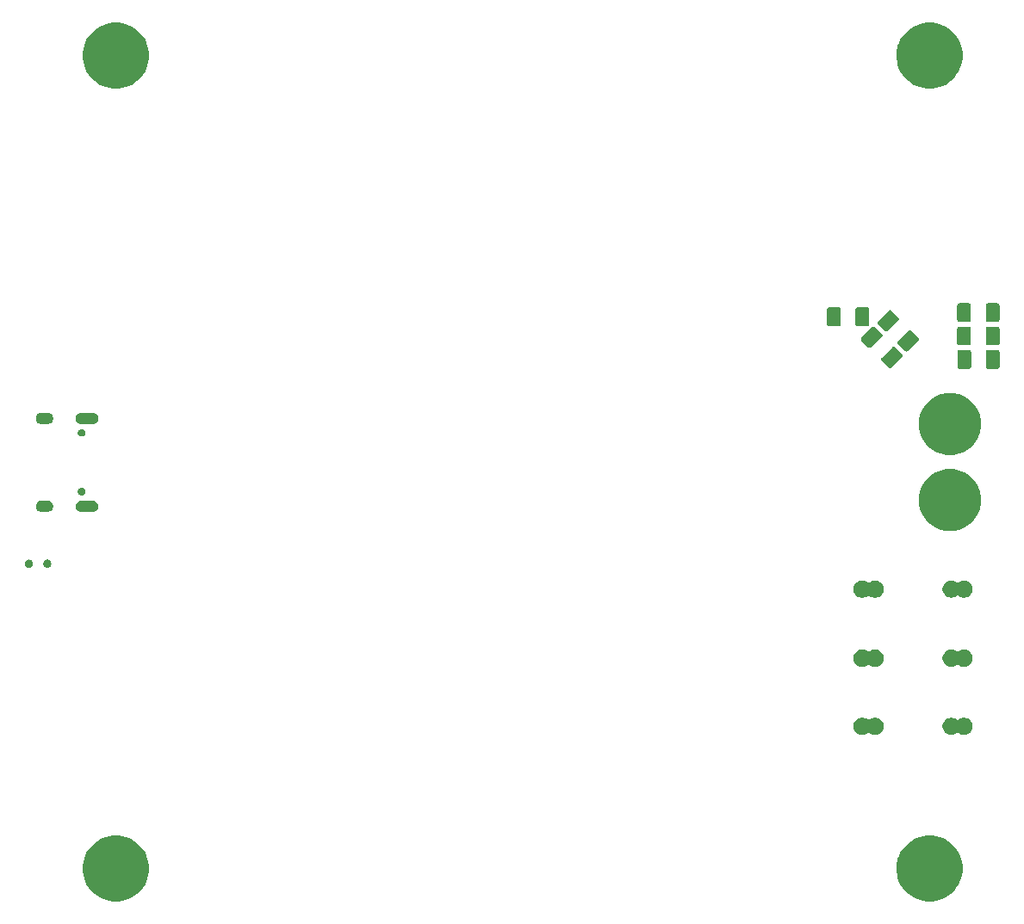
<source format=gbs>
G04 #@! TF.GenerationSoftware,KiCad,Pcbnew,5.0.2-bee76a0~70~ubuntu18.04.1*
G04 #@! TF.CreationDate,2019-04-27T16:39:52+02:00*
G04 #@! TF.ProjectId,pcbtc,70636274-632e-46b6-9963-61645f706362,rev?*
G04 #@! TF.SameCoordinates,Original*
G04 #@! TF.FileFunction,Soldermask,Bot*
G04 #@! TF.FilePolarity,Negative*
%FSLAX46Y46*%
G04 Gerber Fmt 4.6, Leading zero omitted, Abs format (unit mm)*
G04 Created by KiCad (PCBNEW 5.0.2-bee76a0~70~ubuntu18.04.1) date Sa 27 Apr 2019 16:39:52 CEST*
%MOMM*%
%LPD*%
G01*
G04 APERTURE LIST*
%ADD10C,0.100000*%
G04 APERTURE END LIST*
D10*
G36*
X190634239Y-116811467D02*
X190948282Y-116873934D01*
X191539926Y-117119001D01*
X191829523Y-117312504D01*
X192072395Y-117474786D01*
X192525214Y-117927605D01*
X192525216Y-117927608D01*
X192880999Y-118460074D01*
X193002724Y-118753944D01*
X193126066Y-119051719D01*
X193251000Y-119679803D01*
X193251000Y-120320197D01*
X193188533Y-120634239D01*
X193126066Y-120948282D01*
X192880999Y-121539926D01*
X192633265Y-121910685D01*
X192525214Y-122072395D01*
X192072395Y-122525214D01*
X192072392Y-122525216D01*
X191539926Y-122880999D01*
X190948282Y-123126066D01*
X190634239Y-123188533D01*
X190320197Y-123251000D01*
X189679803Y-123251000D01*
X189365761Y-123188533D01*
X189051718Y-123126066D01*
X188460074Y-122880999D01*
X187927608Y-122525216D01*
X187927605Y-122525214D01*
X187474786Y-122072395D01*
X187366735Y-121910685D01*
X187119001Y-121539926D01*
X186873934Y-120948282D01*
X186811467Y-120634239D01*
X186749000Y-120320197D01*
X186749000Y-119679803D01*
X186873934Y-119051719D01*
X186997276Y-118753944D01*
X187119001Y-118460074D01*
X187474784Y-117927608D01*
X187474786Y-117927605D01*
X187927605Y-117474786D01*
X188170477Y-117312504D01*
X188460074Y-117119001D01*
X189051718Y-116873934D01*
X189365761Y-116811467D01*
X189679803Y-116749000D01*
X190320197Y-116749000D01*
X190634239Y-116811467D01*
X190634239Y-116811467D01*
G37*
G36*
X110634239Y-116811467D02*
X110948282Y-116873934D01*
X111539926Y-117119001D01*
X111829523Y-117312504D01*
X112072395Y-117474786D01*
X112525214Y-117927605D01*
X112525216Y-117927608D01*
X112880999Y-118460074D01*
X113002724Y-118753944D01*
X113126066Y-119051719D01*
X113251000Y-119679803D01*
X113251000Y-120320197D01*
X113188533Y-120634239D01*
X113126066Y-120948282D01*
X112880999Y-121539926D01*
X112633265Y-121910685D01*
X112525214Y-122072395D01*
X112072395Y-122525214D01*
X112072392Y-122525216D01*
X111539926Y-122880999D01*
X110948282Y-123126066D01*
X110634239Y-123188533D01*
X110320197Y-123251000D01*
X109679803Y-123251000D01*
X109365761Y-123188533D01*
X109051718Y-123126066D01*
X108460074Y-122880999D01*
X107927608Y-122525216D01*
X107927605Y-122525214D01*
X107474786Y-122072395D01*
X107366735Y-121910685D01*
X107119001Y-121539926D01*
X106873934Y-120948282D01*
X106811467Y-120634239D01*
X106749000Y-120320197D01*
X106749000Y-119679803D01*
X106873934Y-119051719D01*
X106997276Y-118753944D01*
X107119001Y-118460074D01*
X107474784Y-117927608D01*
X107474786Y-117927605D01*
X107927605Y-117474786D01*
X108170477Y-117312504D01*
X108460074Y-117119001D01*
X109051718Y-116873934D01*
X109365761Y-116811467D01*
X109679803Y-116749000D01*
X110320197Y-116749000D01*
X110634239Y-116811467D01*
X110634239Y-116811467D01*
G37*
G36*
X183625029Y-105190503D02*
X183779901Y-105254653D01*
X183919282Y-105347785D01*
X183919286Y-105347789D01*
X183926181Y-105352396D01*
X183932355Y-105357463D01*
X183953966Y-105369014D01*
X183977415Y-105376127D01*
X184001801Y-105378529D01*
X184026187Y-105376127D01*
X184049636Y-105369014D01*
X184071247Y-105357463D01*
X184077421Y-105352396D01*
X184084316Y-105347789D01*
X184084320Y-105347785D01*
X184223701Y-105254653D01*
X184378573Y-105190503D01*
X184542985Y-105157800D01*
X184710617Y-105157800D01*
X184875029Y-105190503D01*
X185029901Y-105254653D01*
X185169282Y-105347785D01*
X185287816Y-105466319D01*
X185380948Y-105605700D01*
X185445098Y-105760572D01*
X185477801Y-105924984D01*
X185477801Y-106092616D01*
X185445098Y-106257028D01*
X185380948Y-106411900D01*
X185287816Y-106551281D01*
X185169282Y-106669815D01*
X185029901Y-106762947D01*
X184875029Y-106827097D01*
X184710617Y-106859800D01*
X184542985Y-106859800D01*
X184378573Y-106827097D01*
X184223701Y-106762947D01*
X184084320Y-106669815D01*
X184084316Y-106669811D01*
X184077421Y-106665204D01*
X184071247Y-106660137D01*
X184049636Y-106648586D01*
X184026187Y-106641473D01*
X184001801Y-106639071D01*
X183977415Y-106641473D01*
X183953966Y-106648586D01*
X183932355Y-106660137D01*
X183926181Y-106665204D01*
X183919286Y-106669811D01*
X183919282Y-106669815D01*
X183779901Y-106762947D01*
X183625029Y-106827097D01*
X183460617Y-106859800D01*
X183292985Y-106859800D01*
X183128573Y-106827097D01*
X182973701Y-106762947D01*
X182834320Y-106669815D01*
X182715786Y-106551281D01*
X182622654Y-106411900D01*
X182558504Y-106257028D01*
X182525801Y-106092616D01*
X182525801Y-105924984D01*
X182558504Y-105760572D01*
X182622654Y-105605700D01*
X182715786Y-105466319D01*
X182834320Y-105347785D01*
X182973701Y-105254653D01*
X183128573Y-105190503D01*
X183292985Y-105157800D01*
X183460617Y-105157800D01*
X183625029Y-105190503D01*
X183625029Y-105190503D01*
G37*
G36*
X192375029Y-105190503D02*
X192529901Y-105254653D01*
X192669282Y-105347785D01*
X192669286Y-105347789D01*
X192676181Y-105352396D01*
X192682355Y-105357463D01*
X192703966Y-105369014D01*
X192727415Y-105376127D01*
X192751801Y-105378529D01*
X192776187Y-105376127D01*
X192799636Y-105369014D01*
X192821247Y-105357463D01*
X192827421Y-105352396D01*
X192834316Y-105347789D01*
X192834320Y-105347785D01*
X192973701Y-105254653D01*
X193128573Y-105190503D01*
X193292985Y-105157800D01*
X193460617Y-105157800D01*
X193625029Y-105190503D01*
X193779901Y-105254653D01*
X193919282Y-105347785D01*
X194037816Y-105466319D01*
X194130948Y-105605700D01*
X194195098Y-105760572D01*
X194227801Y-105924984D01*
X194227801Y-106092616D01*
X194195098Y-106257028D01*
X194130948Y-106411900D01*
X194037816Y-106551281D01*
X193919282Y-106669815D01*
X193779901Y-106762947D01*
X193625029Y-106827097D01*
X193460617Y-106859800D01*
X193292985Y-106859800D01*
X193128573Y-106827097D01*
X192973701Y-106762947D01*
X192834320Y-106669815D01*
X192834316Y-106669811D01*
X192827421Y-106665204D01*
X192821247Y-106660137D01*
X192799636Y-106648586D01*
X192776187Y-106641473D01*
X192751801Y-106639071D01*
X192727415Y-106641473D01*
X192703966Y-106648586D01*
X192682355Y-106660137D01*
X192676181Y-106665204D01*
X192669286Y-106669811D01*
X192669282Y-106669815D01*
X192529901Y-106762947D01*
X192375029Y-106827097D01*
X192210617Y-106859800D01*
X192042985Y-106859800D01*
X191878573Y-106827097D01*
X191723701Y-106762947D01*
X191584320Y-106669815D01*
X191465786Y-106551281D01*
X191372654Y-106411900D01*
X191308504Y-106257028D01*
X191275801Y-106092616D01*
X191275801Y-105924984D01*
X191308504Y-105760572D01*
X191372654Y-105605700D01*
X191465786Y-105466319D01*
X191584320Y-105347785D01*
X191723701Y-105254653D01*
X191878573Y-105190503D01*
X192042985Y-105157800D01*
X192210617Y-105157800D01*
X192375029Y-105190503D01*
X192375029Y-105190503D01*
G37*
G36*
X183625028Y-98490503D02*
X183779900Y-98554653D01*
X183919281Y-98647785D01*
X183919285Y-98647789D01*
X183926180Y-98652396D01*
X183932354Y-98657463D01*
X183953965Y-98669014D01*
X183977414Y-98676127D01*
X184001800Y-98678529D01*
X184026186Y-98676127D01*
X184049635Y-98669014D01*
X184071246Y-98657463D01*
X184077420Y-98652396D01*
X184084315Y-98647789D01*
X184084319Y-98647785D01*
X184223700Y-98554653D01*
X184378572Y-98490503D01*
X184542984Y-98457800D01*
X184710616Y-98457800D01*
X184875028Y-98490503D01*
X185029900Y-98554653D01*
X185169281Y-98647785D01*
X185287815Y-98766319D01*
X185380947Y-98905700D01*
X185445097Y-99060572D01*
X185477800Y-99224984D01*
X185477800Y-99392616D01*
X185445097Y-99557028D01*
X185380947Y-99711900D01*
X185287815Y-99851281D01*
X185169281Y-99969815D01*
X185029900Y-100062947D01*
X184875028Y-100127097D01*
X184710616Y-100159800D01*
X184542984Y-100159800D01*
X184378572Y-100127097D01*
X184223700Y-100062947D01*
X184084319Y-99969815D01*
X184084315Y-99969811D01*
X184077420Y-99965204D01*
X184071246Y-99960137D01*
X184049635Y-99948586D01*
X184026186Y-99941473D01*
X184001800Y-99939071D01*
X183977414Y-99941473D01*
X183953965Y-99948586D01*
X183932354Y-99960137D01*
X183926180Y-99965204D01*
X183919285Y-99969811D01*
X183919281Y-99969815D01*
X183779900Y-100062947D01*
X183625028Y-100127097D01*
X183460616Y-100159800D01*
X183292984Y-100159800D01*
X183128572Y-100127097D01*
X182973700Y-100062947D01*
X182834319Y-99969815D01*
X182715785Y-99851281D01*
X182622653Y-99711900D01*
X182558503Y-99557028D01*
X182525800Y-99392616D01*
X182525800Y-99224984D01*
X182558503Y-99060572D01*
X182622653Y-98905700D01*
X182715785Y-98766319D01*
X182834319Y-98647785D01*
X182973700Y-98554653D01*
X183128572Y-98490503D01*
X183292984Y-98457800D01*
X183460616Y-98457800D01*
X183625028Y-98490503D01*
X183625028Y-98490503D01*
G37*
G36*
X192375028Y-98490503D02*
X192529900Y-98554653D01*
X192669281Y-98647785D01*
X192669285Y-98647789D01*
X192676180Y-98652396D01*
X192682354Y-98657463D01*
X192703965Y-98669014D01*
X192727414Y-98676127D01*
X192751800Y-98678529D01*
X192776186Y-98676127D01*
X192799635Y-98669014D01*
X192821246Y-98657463D01*
X192827420Y-98652396D01*
X192834315Y-98647789D01*
X192834319Y-98647785D01*
X192973700Y-98554653D01*
X193128572Y-98490503D01*
X193292984Y-98457800D01*
X193460616Y-98457800D01*
X193625028Y-98490503D01*
X193779900Y-98554653D01*
X193919281Y-98647785D01*
X194037815Y-98766319D01*
X194130947Y-98905700D01*
X194195097Y-99060572D01*
X194227800Y-99224984D01*
X194227800Y-99392616D01*
X194195097Y-99557028D01*
X194130947Y-99711900D01*
X194037815Y-99851281D01*
X193919281Y-99969815D01*
X193779900Y-100062947D01*
X193625028Y-100127097D01*
X193460616Y-100159800D01*
X193292984Y-100159800D01*
X193128572Y-100127097D01*
X192973700Y-100062947D01*
X192834319Y-99969815D01*
X192834315Y-99969811D01*
X192827420Y-99965204D01*
X192821246Y-99960137D01*
X192799635Y-99948586D01*
X192776186Y-99941473D01*
X192751800Y-99939071D01*
X192727414Y-99941473D01*
X192703965Y-99948586D01*
X192682354Y-99960137D01*
X192676180Y-99965204D01*
X192669285Y-99969811D01*
X192669281Y-99969815D01*
X192529900Y-100062947D01*
X192375028Y-100127097D01*
X192210616Y-100159800D01*
X192042984Y-100159800D01*
X191878572Y-100127097D01*
X191723700Y-100062947D01*
X191584319Y-99969815D01*
X191465785Y-99851281D01*
X191372653Y-99711900D01*
X191308503Y-99557028D01*
X191275800Y-99392616D01*
X191275800Y-99224984D01*
X191308503Y-99060572D01*
X191372653Y-98905700D01*
X191465785Y-98766319D01*
X191584319Y-98647785D01*
X191723700Y-98554653D01*
X191878572Y-98490503D01*
X192042984Y-98457800D01*
X192210616Y-98457800D01*
X192375028Y-98490503D01*
X192375028Y-98490503D01*
G37*
G36*
X192375028Y-91690503D02*
X192529900Y-91754653D01*
X192669281Y-91847785D01*
X192669285Y-91847789D01*
X192676180Y-91852396D01*
X192682354Y-91857463D01*
X192703965Y-91869014D01*
X192727414Y-91876127D01*
X192751800Y-91878529D01*
X192776186Y-91876127D01*
X192799635Y-91869014D01*
X192821246Y-91857463D01*
X192827420Y-91852396D01*
X192834315Y-91847789D01*
X192834319Y-91847785D01*
X192973700Y-91754653D01*
X193128572Y-91690503D01*
X193292984Y-91657800D01*
X193460616Y-91657800D01*
X193625028Y-91690503D01*
X193779900Y-91754653D01*
X193919281Y-91847785D01*
X194037815Y-91966319D01*
X194130947Y-92105700D01*
X194195097Y-92260572D01*
X194227800Y-92424984D01*
X194227800Y-92592616D01*
X194195097Y-92757028D01*
X194130947Y-92911900D01*
X194037815Y-93051281D01*
X193919281Y-93169815D01*
X193779900Y-93262947D01*
X193625028Y-93327097D01*
X193460616Y-93359800D01*
X193292984Y-93359800D01*
X193128572Y-93327097D01*
X192973700Y-93262947D01*
X192834319Y-93169815D01*
X192834315Y-93169811D01*
X192827420Y-93165204D01*
X192821246Y-93160137D01*
X192799635Y-93148586D01*
X192776186Y-93141473D01*
X192751800Y-93139071D01*
X192727414Y-93141473D01*
X192703965Y-93148586D01*
X192682354Y-93160137D01*
X192676180Y-93165204D01*
X192669285Y-93169811D01*
X192669281Y-93169815D01*
X192529900Y-93262947D01*
X192375028Y-93327097D01*
X192210616Y-93359800D01*
X192042984Y-93359800D01*
X191878572Y-93327097D01*
X191723700Y-93262947D01*
X191584319Y-93169815D01*
X191465785Y-93051281D01*
X191372653Y-92911900D01*
X191308503Y-92757028D01*
X191275800Y-92592616D01*
X191275800Y-92424984D01*
X191308503Y-92260572D01*
X191372653Y-92105700D01*
X191465785Y-91966319D01*
X191584319Y-91847785D01*
X191723700Y-91754653D01*
X191878572Y-91690503D01*
X192042984Y-91657800D01*
X192210616Y-91657800D01*
X192375028Y-91690503D01*
X192375028Y-91690503D01*
G37*
G36*
X183625028Y-91690503D02*
X183779900Y-91754653D01*
X183919281Y-91847785D01*
X183919285Y-91847789D01*
X183926180Y-91852396D01*
X183932354Y-91857463D01*
X183953965Y-91869014D01*
X183977414Y-91876127D01*
X184001800Y-91878529D01*
X184026186Y-91876127D01*
X184049635Y-91869014D01*
X184071246Y-91857463D01*
X184077420Y-91852396D01*
X184084315Y-91847789D01*
X184084319Y-91847785D01*
X184223700Y-91754653D01*
X184378572Y-91690503D01*
X184542984Y-91657800D01*
X184710616Y-91657800D01*
X184875028Y-91690503D01*
X185029900Y-91754653D01*
X185169281Y-91847785D01*
X185287815Y-91966319D01*
X185380947Y-92105700D01*
X185445097Y-92260572D01*
X185477800Y-92424984D01*
X185477800Y-92592616D01*
X185445097Y-92757028D01*
X185380947Y-92911900D01*
X185287815Y-93051281D01*
X185169281Y-93169815D01*
X185029900Y-93262947D01*
X184875028Y-93327097D01*
X184710616Y-93359800D01*
X184542984Y-93359800D01*
X184378572Y-93327097D01*
X184223700Y-93262947D01*
X184084319Y-93169815D01*
X184084315Y-93169811D01*
X184077420Y-93165204D01*
X184071246Y-93160137D01*
X184049635Y-93148586D01*
X184026186Y-93141473D01*
X184001800Y-93139071D01*
X183977414Y-93141473D01*
X183953965Y-93148586D01*
X183932354Y-93160137D01*
X183926180Y-93165204D01*
X183919285Y-93169811D01*
X183919281Y-93169815D01*
X183779900Y-93262947D01*
X183625028Y-93327097D01*
X183460616Y-93359800D01*
X183292984Y-93359800D01*
X183128572Y-93327097D01*
X182973700Y-93262947D01*
X182834319Y-93169815D01*
X182715785Y-93051281D01*
X182622653Y-92911900D01*
X182558503Y-92757028D01*
X182525800Y-92592616D01*
X182525800Y-92424984D01*
X182558503Y-92260572D01*
X182622653Y-92105700D01*
X182715785Y-91966319D01*
X182834319Y-91847785D01*
X182973700Y-91754653D01*
X183128572Y-91690503D01*
X183292984Y-91657800D01*
X183460616Y-91657800D01*
X183625028Y-91690503D01*
X183625028Y-91690503D01*
G37*
G36*
X103327319Y-89604137D02*
X103378967Y-89614410D01*
X103451945Y-89644639D01*
X103517625Y-89688525D01*
X103573475Y-89744375D01*
X103573477Y-89744378D01*
X103617361Y-89810055D01*
X103647590Y-89883033D01*
X103663000Y-89960505D01*
X103663000Y-90039495D01*
X103647590Y-90116967D01*
X103617361Y-90189945D01*
X103573475Y-90255625D01*
X103517625Y-90311475D01*
X103517622Y-90311477D01*
X103451945Y-90355361D01*
X103378967Y-90385590D01*
X103327319Y-90395863D01*
X103301496Y-90401000D01*
X103222504Y-90401000D01*
X103196681Y-90395863D01*
X103145033Y-90385590D01*
X103072055Y-90355361D01*
X103006378Y-90311477D01*
X103006375Y-90311475D01*
X102950525Y-90255625D01*
X102906639Y-90189945D01*
X102876410Y-90116967D01*
X102861000Y-90039495D01*
X102861000Y-89960505D01*
X102876410Y-89883033D01*
X102906639Y-89810055D01*
X102950523Y-89744378D01*
X102950525Y-89744375D01*
X103006375Y-89688525D01*
X103072055Y-89644639D01*
X103145033Y-89614410D01*
X103196681Y-89604137D01*
X103222504Y-89599000D01*
X103301496Y-89599000D01*
X103327319Y-89604137D01*
X103327319Y-89604137D01*
G37*
G36*
X101527319Y-89604137D02*
X101578967Y-89614410D01*
X101651945Y-89644639D01*
X101717625Y-89688525D01*
X101773475Y-89744375D01*
X101773477Y-89744378D01*
X101817361Y-89810055D01*
X101847590Y-89883033D01*
X101863000Y-89960505D01*
X101863000Y-90039495D01*
X101847590Y-90116967D01*
X101817361Y-90189945D01*
X101773475Y-90255625D01*
X101717625Y-90311475D01*
X101717622Y-90311477D01*
X101651945Y-90355361D01*
X101578967Y-90385590D01*
X101527319Y-90395863D01*
X101501496Y-90401000D01*
X101422504Y-90401000D01*
X101396681Y-90395863D01*
X101345033Y-90385590D01*
X101272055Y-90355361D01*
X101206378Y-90311477D01*
X101206375Y-90311475D01*
X101150525Y-90255625D01*
X101106639Y-90189945D01*
X101076410Y-90116967D01*
X101061000Y-90039495D01*
X101061000Y-89960505D01*
X101076410Y-89883033D01*
X101106639Y-89810055D01*
X101150523Y-89744378D01*
X101150525Y-89744375D01*
X101206375Y-89688525D01*
X101272055Y-89644639D01*
X101345033Y-89614410D01*
X101396681Y-89604137D01*
X101422504Y-89599000D01*
X101501496Y-89599000D01*
X101527319Y-89604137D01*
X101527319Y-89604137D01*
G37*
G36*
X192889941Y-80816248D02*
X192889943Y-80816249D01*
X192889944Y-80816249D01*
X193445190Y-81046239D01*
X193445191Y-81046240D01*
X193944902Y-81380136D01*
X194369864Y-81805098D01*
X194369866Y-81805101D01*
X194703761Y-82304810D01*
X194933751Y-82860056D01*
X194933752Y-82860059D01*
X195051000Y-83449501D01*
X195051000Y-84050499D01*
X194934218Y-84637600D01*
X194933751Y-84639944D01*
X194703761Y-85195190D01*
X194703760Y-85195191D01*
X194369864Y-85694902D01*
X193944902Y-86119864D01*
X193944899Y-86119866D01*
X193445190Y-86453761D01*
X192889944Y-86683751D01*
X192889943Y-86683751D01*
X192889941Y-86683752D01*
X192300499Y-86801000D01*
X191699501Y-86801000D01*
X191110059Y-86683752D01*
X191110057Y-86683751D01*
X191110056Y-86683751D01*
X190554810Y-86453761D01*
X190055101Y-86119866D01*
X190055098Y-86119864D01*
X189630136Y-85694902D01*
X189296240Y-85195191D01*
X189296239Y-85195190D01*
X189066249Y-84639944D01*
X189065783Y-84637600D01*
X188949000Y-84050499D01*
X188949000Y-83449501D01*
X189066248Y-82860059D01*
X189066249Y-82860056D01*
X189296239Y-82304810D01*
X189630134Y-81805101D01*
X189630136Y-81805098D01*
X190055098Y-81380136D01*
X190554809Y-81046240D01*
X190554810Y-81046239D01*
X191110056Y-80816249D01*
X191110057Y-80816249D01*
X191110059Y-80816248D01*
X191699501Y-80699000D01*
X192300499Y-80699000D01*
X192889941Y-80816248D01*
X192889941Y-80816248D01*
G37*
G36*
X107820015Y-83786973D02*
X107923879Y-83818479D01*
X108019600Y-83869644D01*
X108103501Y-83938499D01*
X108172356Y-84022400D01*
X108223521Y-84118121D01*
X108255027Y-84221985D01*
X108265666Y-84330000D01*
X108255027Y-84438015D01*
X108223521Y-84541879D01*
X108172356Y-84637600D01*
X108103501Y-84721501D01*
X108019600Y-84790356D01*
X107923879Y-84841521D01*
X107820015Y-84873027D01*
X107739067Y-84881000D01*
X106584933Y-84881000D01*
X106503985Y-84873027D01*
X106400121Y-84841521D01*
X106304400Y-84790356D01*
X106220499Y-84721501D01*
X106151644Y-84637600D01*
X106100479Y-84541879D01*
X106068973Y-84438015D01*
X106058334Y-84330000D01*
X106068973Y-84221985D01*
X106100479Y-84118121D01*
X106151644Y-84022400D01*
X106220499Y-83938499D01*
X106304400Y-83869644D01*
X106400121Y-83818479D01*
X106503985Y-83786973D01*
X106584933Y-83779000D01*
X107739067Y-83779000D01*
X107820015Y-83786973D01*
X107820015Y-83786973D01*
G37*
G36*
X103390015Y-83786973D02*
X103493879Y-83818479D01*
X103589600Y-83869644D01*
X103673501Y-83938499D01*
X103742356Y-84022400D01*
X103793521Y-84118121D01*
X103825027Y-84221985D01*
X103835666Y-84330000D01*
X103825027Y-84438015D01*
X103793521Y-84541879D01*
X103742356Y-84637600D01*
X103673501Y-84721501D01*
X103589600Y-84790356D01*
X103493879Y-84841521D01*
X103390015Y-84873027D01*
X103309067Y-84881000D01*
X102654933Y-84881000D01*
X102573985Y-84873027D01*
X102470121Y-84841521D01*
X102374400Y-84790356D01*
X102290499Y-84721501D01*
X102221644Y-84637600D01*
X102170479Y-84541879D01*
X102138973Y-84438015D01*
X102128334Y-84330000D01*
X102138973Y-84221985D01*
X102170479Y-84118121D01*
X102221644Y-84022400D01*
X102290499Y-83938499D01*
X102374400Y-83869644D01*
X102470121Y-83818479D01*
X102573985Y-83786973D01*
X102654933Y-83779000D01*
X103309067Y-83779000D01*
X103390015Y-83786973D01*
X103390015Y-83786973D01*
G37*
G36*
X106741672Y-82538449D02*
X106741674Y-82538450D01*
X106741675Y-82538450D01*
X106810103Y-82566793D01*
X106871409Y-82607757D01*
X106871689Y-82607944D01*
X106924056Y-82660311D01*
X106924058Y-82660314D01*
X106965207Y-82721897D01*
X106993550Y-82790325D01*
X107008000Y-82862967D01*
X107008000Y-82937033D01*
X106993550Y-83009675D01*
X106965207Y-83078103D01*
X106924243Y-83139409D01*
X106924056Y-83139689D01*
X106871689Y-83192056D01*
X106871686Y-83192058D01*
X106810103Y-83233207D01*
X106741675Y-83261550D01*
X106741674Y-83261550D01*
X106741672Y-83261551D01*
X106669034Y-83276000D01*
X106594966Y-83276000D01*
X106522328Y-83261551D01*
X106522326Y-83261550D01*
X106522325Y-83261550D01*
X106453897Y-83233207D01*
X106392314Y-83192058D01*
X106392311Y-83192056D01*
X106339944Y-83139689D01*
X106339757Y-83139409D01*
X106298793Y-83078103D01*
X106270450Y-83009675D01*
X106256000Y-82937033D01*
X106256000Y-82862967D01*
X106270450Y-82790325D01*
X106298793Y-82721897D01*
X106339942Y-82660314D01*
X106339944Y-82660311D01*
X106392311Y-82607944D01*
X106392591Y-82607757D01*
X106453897Y-82566793D01*
X106522325Y-82538450D01*
X106522326Y-82538450D01*
X106522328Y-82538449D01*
X106594966Y-82524000D01*
X106669034Y-82524000D01*
X106741672Y-82538449D01*
X106741672Y-82538449D01*
G37*
G36*
X192889941Y-73316248D02*
X192889943Y-73316249D01*
X192889944Y-73316249D01*
X193445190Y-73546239D01*
X193445191Y-73546240D01*
X193944902Y-73880136D01*
X194369864Y-74305098D01*
X194369866Y-74305101D01*
X194703761Y-74804810D01*
X194933751Y-75360056D01*
X194933752Y-75360059D01*
X195051000Y-75949501D01*
X195051000Y-76550499D01*
X194945085Y-77082967D01*
X194933751Y-77139944D01*
X194703761Y-77695190D01*
X194703760Y-77695191D01*
X194369864Y-78194902D01*
X193944902Y-78619864D01*
X193944899Y-78619866D01*
X193445190Y-78953761D01*
X192889944Y-79183751D01*
X192889943Y-79183751D01*
X192889941Y-79183752D01*
X192300499Y-79301000D01*
X191699501Y-79301000D01*
X191110059Y-79183752D01*
X191110057Y-79183751D01*
X191110056Y-79183751D01*
X190554810Y-78953761D01*
X190055101Y-78619866D01*
X190055098Y-78619864D01*
X189630136Y-78194902D01*
X189296240Y-77695191D01*
X189296239Y-77695190D01*
X189066249Y-77139944D01*
X189054916Y-77082967D01*
X188949000Y-76550499D01*
X188949000Y-75949501D01*
X189066248Y-75360059D01*
X189066249Y-75360056D01*
X189296239Y-74804810D01*
X189630134Y-74305101D01*
X189630136Y-74305098D01*
X190055098Y-73880136D01*
X190554809Y-73546240D01*
X190554810Y-73546239D01*
X191110056Y-73316249D01*
X191110057Y-73316249D01*
X191110059Y-73316248D01*
X191699501Y-73199000D01*
X192300499Y-73199000D01*
X192889941Y-73316248D01*
X192889941Y-73316248D01*
G37*
G36*
X106741672Y-76758449D02*
X106741674Y-76758450D01*
X106741675Y-76758450D01*
X106810103Y-76786793D01*
X106871409Y-76827757D01*
X106871689Y-76827944D01*
X106924056Y-76880311D01*
X106924058Y-76880314D01*
X106965207Y-76941897D01*
X106993550Y-77010325D01*
X107008000Y-77082967D01*
X107008000Y-77157033D01*
X106993550Y-77229675D01*
X106965207Y-77298103D01*
X106924243Y-77359409D01*
X106924056Y-77359689D01*
X106871689Y-77412056D01*
X106871686Y-77412058D01*
X106810103Y-77453207D01*
X106741675Y-77481550D01*
X106741674Y-77481550D01*
X106741672Y-77481551D01*
X106669034Y-77496000D01*
X106594966Y-77496000D01*
X106522328Y-77481551D01*
X106522326Y-77481550D01*
X106522325Y-77481550D01*
X106453897Y-77453207D01*
X106392314Y-77412058D01*
X106392311Y-77412056D01*
X106339944Y-77359689D01*
X106339757Y-77359409D01*
X106298793Y-77298103D01*
X106270450Y-77229675D01*
X106256000Y-77157033D01*
X106256000Y-77082967D01*
X106270450Y-77010325D01*
X106298793Y-76941897D01*
X106339942Y-76880314D01*
X106339944Y-76880311D01*
X106392311Y-76827944D01*
X106392591Y-76827757D01*
X106453897Y-76786793D01*
X106522325Y-76758450D01*
X106522326Y-76758450D01*
X106522328Y-76758449D01*
X106594966Y-76744000D01*
X106669034Y-76744000D01*
X106741672Y-76758449D01*
X106741672Y-76758449D01*
G37*
G36*
X107820015Y-75146973D02*
X107923879Y-75178479D01*
X108019600Y-75229644D01*
X108103501Y-75298499D01*
X108172356Y-75382400D01*
X108223521Y-75478121D01*
X108255027Y-75581985D01*
X108265666Y-75690000D01*
X108255027Y-75798015D01*
X108223521Y-75901879D01*
X108172356Y-75997600D01*
X108103501Y-76081501D01*
X108019600Y-76150356D01*
X107923879Y-76201521D01*
X107820015Y-76233027D01*
X107739067Y-76241000D01*
X106584933Y-76241000D01*
X106503985Y-76233027D01*
X106400121Y-76201521D01*
X106304400Y-76150356D01*
X106220499Y-76081501D01*
X106151644Y-75997600D01*
X106100479Y-75901879D01*
X106068973Y-75798015D01*
X106058334Y-75690000D01*
X106068973Y-75581985D01*
X106100479Y-75478121D01*
X106151644Y-75382400D01*
X106220499Y-75298499D01*
X106304400Y-75229644D01*
X106400121Y-75178479D01*
X106503985Y-75146973D01*
X106584933Y-75139000D01*
X107739067Y-75139000D01*
X107820015Y-75146973D01*
X107820015Y-75146973D01*
G37*
G36*
X103390015Y-75146973D02*
X103493879Y-75178479D01*
X103589600Y-75229644D01*
X103673501Y-75298499D01*
X103742356Y-75382400D01*
X103793521Y-75478121D01*
X103825027Y-75581985D01*
X103835666Y-75690000D01*
X103825027Y-75798015D01*
X103793521Y-75901879D01*
X103742356Y-75997600D01*
X103673501Y-76081501D01*
X103589600Y-76150356D01*
X103493879Y-76201521D01*
X103390015Y-76233027D01*
X103309067Y-76241000D01*
X102654933Y-76241000D01*
X102573985Y-76233027D01*
X102470121Y-76201521D01*
X102374400Y-76150356D01*
X102290499Y-76081501D01*
X102221644Y-75997600D01*
X102170479Y-75901879D01*
X102138973Y-75798015D01*
X102128334Y-75690000D01*
X102138973Y-75581985D01*
X102170479Y-75478121D01*
X102221644Y-75382400D01*
X102290499Y-75298499D01*
X102374400Y-75229644D01*
X102470121Y-75178479D01*
X102573985Y-75146973D01*
X102654933Y-75139000D01*
X103309067Y-75139000D01*
X103390015Y-75146973D01*
X103390015Y-75146973D01*
G37*
G36*
X193918604Y-68978347D02*
X193955145Y-68989432D01*
X193988820Y-69007431D01*
X194018341Y-69031659D01*
X194042569Y-69061180D01*
X194060568Y-69094855D01*
X194071653Y-69131396D01*
X194076000Y-69175538D01*
X194076000Y-70624462D01*
X194071653Y-70668604D01*
X194060568Y-70705145D01*
X194042569Y-70738820D01*
X194018341Y-70768341D01*
X193988820Y-70792569D01*
X193955145Y-70810568D01*
X193918604Y-70821653D01*
X193874462Y-70826000D01*
X192925538Y-70826000D01*
X192881396Y-70821653D01*
X192844855Y-70810568D01*
X192811180Y-70792569D01*
X192781659Y-70768341D01*
X192757431Y-70738820D01*
X192739432Y-70705145D01*
X192728347Y-70668604D01*
X192724000Y-70624462D01*
X192724000Y-69175538D01*
X192728347Y-69131396D01*
X192739432Y-69094855D01*
X192757431Y-69061180D01*
X192781659Y-69031659D01*
X192811180Y-69007431D01*
X192844855Y-68989432D01*
X192881396Y-68978347D01*
X192925538Y-68974000D01*
X193874462Y-68974000D01*
X193918604Y-68978347D01*
X193918604Y-68978347D01*
G37*
G36*
X196718604Y-68978347D02*
X196755145Y-68989432D01*
X196788820Y-69007431D01*
X196818341Y-69031659D01*
X196842569Y-69061180D01*
X196860568Y-69094855D01*
X196871653Y-69131396D01*
X196876000Y-69175538D01*
X196876000Y-70624462D01*
X196871653Y-70668604D01*
X196860568Y-70705145D01*
X196842569Y-70738820D01*
X196818341Y-70768341D01*
X196788820Y-70792569D01*
X196755145Y-70810568D01*
X196718604Y-70821653D01*
X196674462Y-70826000D01*
X195725538Y-70826000D01*
X195681396Y-70821653D01*
X195644855Y-70810568D01*
X195611180Y-70792569D01*
X195581659Y-70768341D01*
X195557431Y-70738820D01*
X195539432Y-70705145D01*
X195528347Y-70668604D01*
X195524000Y-70624462D01*
X195524000Y-69175538D01*
X195528347Y-69131396D01*
X195539432Y-69094855D01*
X195557431Y-69061180D01*
X195581659Y-69031659D01*
X195611180Y-69007431D01*
X195644855Y-68989432D01*
X195681396Y-68978347D01*
X195725538Y-68974000D01*
X196674462Y-68974000D01*
X196718604Y-68978347D01*
X196718604Y-68978347D01*
G37*
G36*
X186500781Y-68646776D02*
X186537322Y-68657861D01*
X186570997Y-68675860D01*
X186605294Y-68704008D01*
X187276269Y-69374983D01*
X187304417Y-69409280D01*
X187322416Y-69442955D01*
X187333501Y-69479496D01*
X187337243Y-69517500D01*
X187333501Y-69555504D01*
X187322416Y-69592045D01*
X187304417Y-69625720D01*
X187276269Y-69660017D01*
X186251740Y-70684546D01*
X186217443Y-70712694D01*
X186183768Y-70730693D01*
X186147227Y-70741778D01*
X186109223Y-70745520D01*
X186071219Y-70741778D01*
X186034678Y-70730693D01*
X186001003Y-70712694D01*
X185966706Y-70684546D01*
X185295731Y-70013571D01*
X185267583Y-69979274D01*
X185249584Y-69945599D01*
X185238499Y-69909058D01*
X185234757Y-69871054D01*
X185238499Y-69833050D01*
X185249584Y-69796509D01*
X185267583Y-69762834D01*
X185295731Y-69728537D01*
X186320260Y-68704008D01*
X186354557Y-68675860D01*
X186388232Y-68657861D01*
X186424773Y-68646776D01*
X186462777Y-68643034D01*
X186500781Y-68646776D01*
X186500781Y-68646776D01*
G37*
G36*
X188120056Y-67027502D02*
X188156597Y-67038587D01*
X188190272Y-67056586D01*
X188224569Y-67084734D01*
X188895544Y-67755709D01*
X188923692Y-67790006D01*
X188941691Y-67823681D01*
X188952776Y-67860222D01*
X188956518Y-67898226D01*
X188952776Y-67936230D01*
X188941691Y-67972771D01*
X188923692Y-68006446D01*
X188895544Y-68040743D01*
X187871015Y-69065272D01*
X187836718Y-69093420D01*
X187803043Y-69111419D01*
X187766502Y-69122504D01*
X187728498Y-69126246D01*
X187690494Y-69122504D01*
X187653953Y-69111419D01*
X187620278Y-69093420D01*
X187585981Y-69065272D01*
X186915006Y-68394297D01*
X186886858Y-68360000D01*
X186868859Y-68326325D01*
X186857774Y-68289784D01*
X186854032Y-68251780D01*
X186857774Y-68213776D01*
X186868859Y-68177235D01*
X186886858Y-68143560D01*
X186915006Y-68109263D01*
X187939535Y-67084734D01*
X187973832Y-67056586D01*
X188007507Y-67038587D01*
X188044048Y-67027502D01*
X188082052Y-67023760D01*
X188120056Y-67027502D01*
X188120056Y-67027502D01*
G37*
G36*
X184520883Y-66666878D02*
X184557424Y-66677963D01*
X184591099Y-66695962D01*
X184625396Y-66724110D01*
X185296371Y-67395085D01*
X185324519Y-67429382D01*
X185342518Y-67463057D01*
X185353603Y-67499598D01*
X185357345Y-67537602D01*
X185353603Y-67575606D01*
X185342518Y-67612147D01*
X185324519Y-67645822D01*
X185296371Y-67680119D01*
X184271842Y-68704648D01*
X184237545Y-68732796D01*
X184203870Y-68750795D01*
X184167329Y-68761880D01*
X184129325Y-68765622D01*
X184091321Y-68761880D01*
X184054780Y-68750795D01*
X184021105Y-68732796D01*
X183986808Y-68704648D01*
X183315833Y-68033673D01*
X183287685Y-67999376D01*
X183269686Y-67965701D01*
X183258601Y-67929160D01*
X183254859Y-67891156D01*
X183258601Y-67853152D01*
X183269686Y-67816611D01*
X183287685Y-67782936D01*
X183315833Y-67748639D01*
X184340362Y-66724110D01*
X184374659Y-66695962D01*
X184408334Y-66677963D01*
X184444875Y-66666878D01*
X184482879Y-66663136D01*
X184520883Y-66666878D01*
X184520883Y-66666878D01*
G37*
G36*
X196713603Y-66672485D02*
X196750144Y-66683570D01*
X196783819Y-66701569D01*
X196813340Y-66725797D01*
X196837568Y-66755318D01*
X196855567Y-66788993D01*
X196866652Y-66825534D01*
X196870999Y-66869676D01*
X196870999Y-68318600D01*
X196866652Y-68362742D01*
X196855567Y-68399283D01*
X196837568Y-68432958D01*
X196813340Y-68462479D01*
X196783819Y-68486707D01*
X196750144Y-68504706D01*
X196713603Y-68515791D01*
X196669461Y-68520138D01*
X195720537Y-68520138D01*
X195676395Y-68515791D01*
X195639854Y-68504706D01*
X195606179Y-68486707D01*
X195576658Y-68462479D01*
X195552430Y-68432958D01*
X195534431Y-68399283D01*
X195523346Y-68362742D01*
X195518999Y-68318600D01*
X195518999Y-66869676D01*
X195523346Y-66825534D01*
X195534431Y-66788993D01*
X195552430Y-66755318D01*
X195576658Y-66725797D01*
X195606179Y-66701569D01*
X195639854Y-66683570D01*
X195676395Y-66672485D01*
X195720537Y-66668138D01*
X196669461Y-66668138D01*
X196713603Y-66672485D01*
X196713603Y-66672485D01*
G37*
G36*
X193913603Y-66672485D02*
X193950144Y-66683570D01*
X193983819Y-66701569D01*
X194013340Y-66725797D01*
X194037568Y-66755318D01*
X194055567Y-66788993D01*
X194066652Y-66825534D01*
X194070999Y-66869676D01*
X194070999Y-68318600D01*
X194066652Y-68362742D01*
X194055567Y-68399283D01*
X194037568Y-68432958D01*
X194013340Y-68462479D01*
X193983819Y-68486707D01*
X193950144Y-68504706D01*
X193913603Y-68515791D01*
X193869461Y-68520138D01*
X192920537Y-68520138D01*
X192876395Y-68515791D01*
X192839854Y-68504706D01*
X192806179Y-68486707D01*
X192776658Y-68462479D01*
X192752430Y-68432958D01*
X192734431Y-68399283D01*
X192723346Y-68362742D01*
X192718999Y-68318600D01*
X192718999Y-66869676D01*
X192723346Y-66825534D01*
X192734431Y-66788993D01*
X192752430Y-66755318D01*
X192776658Y-66725797D01*
X192806179Y-66701569D01*
X192839854Y-66683570D01*
X192876395Y-66672485D01*
X192920537Y-66668138D01*
X193869461Y-66668138D01*
X193913603Y-66672485D01*
X193913603Y-66672485D01*
G37*
G36*
X186140158Y-65047604D02*
X186176699Y-65058689D01*
X186210374Y-65076688D01*
X186244671Y-65104836D01*
X186915646Y-65775811D01*
X186943794Y-65810108D01*
X186961793Y-65843783D01*
X186972878Y-65880324D01*
X186976620Y-65918328D01*
X186972878Y-65956332D01*
X186961793Y-65992873D01*
X186943794Y-66026548D01*
X186915646Y-66060845D01*
X185891117Y-67085374D01*
X185856820Y-67113522D01*
X185823145Y-67131521D01*
X185786604Y-67142606D01*
X185748600Y-67146348D01*
X185710596Y-67142606D01*
X185674055Y-67131521D01*
X185640380Y-67113522D01*
X185606083Y-67085374D01*
X184935108Y-66414399D01*
X184906960Y-66380102D01*
X184888961Y-66346427D01*
X184877876Y-66309886D01*
X184874134Y-66271882D01*
X184877876Y-66233878D01*
X184888961Y-66197337D01*
X184906960Y-66163662D01*
X184935108Y-66129365D01*
X185959637Y-65104836D01*
X185993934Y-65076688D01*
X186027609Y-65058689D01*
X186064150Y-65047604D01*
X186102154Y-65043862D01*
X186140158Y-65047604D01*
X186140158Y-65047604D01*
G37*
G36*
X181118604Y-64778347D02*
X181155145Y-64789432D01*
X181188820Y-64807431D01*
X181218341Y-64831659D01*
X181242569Y-64861180D01*
X181260568Y-64894855D01*
X181271653Y-64931396D01*
X181276000Y-64975538D01*
X181276000Y-66424462D01*
X181271653Y-66468604D01*
X181260568Y-66505145D01*
X181242569Y-66538820D01*
X181218341Y-66568341D01*
X181188820Y-66592569D01*
X181155145Y-66610568D01*
X181118604Y-66621653D01*
X181074462Y-66626000D01*
X180125538Y-66626000D01*
X180081396Y-66621653D01*
X180044855Y-66610568D01*
X180011180Y-66592569D01*
X179981659Y-66568341D01*
X179957431Y-66538820D01*
X179939432Y-66505145D01*
X179928347Y-66468604D01*
X179924000Y-66424462D01*
X179924000Y-64975538D01*
X179928347Y-64931396D01*
X179939432Y-64894855D01*
X179957431Y-64861180D01*
X179981659Y-64831659D01*
X180011180Y-64807431D01*
X180044855Y-64789432D01*
X180081396Y-64778347D01*
X180125538Y-64774000D01*
X181074462Y-64774000D01*
X181118604Y-64778347D01*
X181118604Y-64778347D01*
G37*
G36*
X183918604Y-64778347D02*
X183955145Y-64789432D01*
X183988820Y-64807431D01*
X184018341Y-64831659D01*
X184042569Y-64861180D01*
X184060568Y-64894855D01*
X184071653Y-64931396D01*
X184076000Y-64975538D01*
X184076000Y-66424462D01*
X184071653Y-66468604D01*
X184060568Y-66505145D01*
X184042569Y-66538820D01*
X184018341Y-66568341D01*
X183988820Y-66592569D01*
X183955145Y-66610568D01*
X183918604Y-66621653D01*
X183874462Y-66626000D01*
X182925538Y-66626000D01*
X182881396Y-66621653D01*
X182844855Y-66610568D01*
X182811180Y-66592569D01*
X182781659Y-66568341D01*
X182757431Y-66538820D01*
X182739432Y-66505145D01*
X182728347Y-66468604D01*
X182724000Y-66424462D01*
X182724000Y-64975538D01*
X182728347Y-64931396D01*
X182739432Y-64894855D01*
X182757431Y-64861180D01*
X182781659Y-64831659D01*
X182811180Y-64807431D01*
X182844855Y-64789432D01*
X182881396Y-64778347D01*
X182925538Y-64774000D01*
X183874462Y-64774000D01*
X183918604Y-64778347D01*
X183918604Y-64778347D01*
G37*
G36*
X196713603Y-64382484D02*
X196750144Y-64393569D01*
X196783819Y-64411568D01*
X196813340Y-64435796D01*
X196837568Y-64465317D01*
X196855567Y-64498992D01*
X196866652Y-64535533D01*
X196870999Y-64579675D01*
X196870999Y-66028599D01*
X196866652Y-66072741D01*
X196855567Y-66109282D01*
X196837568Y-66142957D01*
X196813340Y-66172478D01*
X196783819Y-66196706D01*
X196750144Y-66214705D01*
X196713603Y-66225790D01*
X196669461Y-66230137D01*
X195720537Y-66230137D01*
X195676395Y-66225790D01*
X195639854Y-66214705D01*
X195606179Y-66196706D01*
X195576658Y-66172478D01*
X195552430Y-66142957D01*
X195534431Y-66109282D01*
X195523346Y-66072741D01*
X195518999Y-66028599D01*
X195518999Y-64579675D01*
X195523346Y-64535533D01*
X195534431Y-64498992D01*
X195552430Y-64465317D01*
X195576658Y-64435796D01*
X195606179Y-64411568D01*
X195639854Y-64393569D01*
X195676395Y-64382484D01*
X195720537Y-64378137D01*
X196669461Y-64378137D01*
X196713603Y-64382484D01*
X196713603Y-64382484D01*
G37*
G36*
X193913603Y-64382484D02*
X193950144Y-64393569D01*
X193983819Y-64411568D01*
X194013340Y-64435796D01*
X194037568Y-64465317D01*
X194055567Y-64498992D01*
X194066652Y-64535533D01*
X194070999Y-64579675D01*
X194070999Y-66028599D01*
X194066652Y-66072741D01*
X194055567Y-66109282D01*
X194037568Y-66142957D01*
X194013340Y-66172478D01*
X193983819Y-66196706D01*
X193950144Y-66214705D01*
X193913603Y-66225790D01*
X193869461Y-66230137D01*
X192920537Y-66230137D01*
X192876395Y-66225790D01*
X192839854Y-66214705D01*
X192806179Y-66196706D01*
X192776658Y-66172478D01*
X192752430Y-66142957D01*
X192734431Y-66109282D01*
X192723346Y-66072741D01*
X192718999Y-66028599D01*
X192718999Y-64579675D01*
X192723346Y-64535533D01*
X192734431Y-64498992D01*
X192752430Y-64465317D01*
X192776658Y-64435796D01*
X192806179Y-64411568D01*
X192839854Y-64393569D01*
X192876395Y-64382484D01*
X192920537Y-64378137D01*
X193869461Y-64378137D01*
X193913603Y-64382484D01*
X193913603Y-64382484D01*
G37*
G36*
X110634239Y-36811467D02*
X110948282Y-36873934D01*
X111539926Y-37119001D01*
X111829523Y-37312504D01*
X112072395Y-37474786D01*
X112525214Y-37927605D01*
X112525216Y-37927608D01*
X112880999Y-38460074D01*
X113002724Y-38753944D01*
X113126066Y-39051719D01*
X113251000Y-39679803D01*
X113251000Y-40320197D01*
X113188533Y-40634239D01*
X113126066Y-40948282D01*
X112880999Y-41539926D01*
X112633265Y-41910685D01*
X112525214Y-42072395D01*
X112072395Y-42525214D01*
X112072392Y-42525216D01*
X111539926Y-42880999D01*
X110948282Y-43126066D01*
X110634239Y-43188533D01*
X110320197Y-43251000D01*
X109679803Y-43251000D01*
X109365761Y-43188533D01*
X109051718Y-43126066D01*
X108460074Y-42880999D01*
X107927608Y-42525216D01*
X107927605Y-42525214D01*
X107474786Y-42072395D01*
X107366735Y-41910685D01*
X107119001Y-41539926D01*
X106873934Y-40948282D01*
X106811467Y-40634239D01*
X106749000Y-40320197D01*
X106749000Y-39679803D01*
X106873934Y-39051719D01*
X106997276Y-38753944D01*
X107119001Y-38460074D01*
X107474784Y-37927608D01*
X107474786Y-37927605D01*
X107927605Y-37474786D01*
X108170477Y-37312504D01*
X108460074Y-37119001D01*
X109051718Y-36873934D01*
X109365761Y-36811467D01*
X109679803Y-36749000D01*
X110320197Y-36749000D01*
X110634239Y-36811467D01*
X110634239Y-36811467D01*
G37*
G36*
X190634239Y-36811467D02*
X190948282Y-36873934D01*
X191539926Y-37119001D01*
X191829523Y-37312504D01*
X192072395Y-37474786D01*
X192525214Y-37927605D01*
X192525216Y-37927608D01*
X192880999Y-38460074D01*
X193002724Y-38753944D01*
X193126066Y-39051719D01*
X193251000Y-39679803D01*
X193251000Y-40320197D01*
X193188533Y-40634239D01*
X193126066Y-40948282D01*
X192880999Y-41539926D01*
X192633265Y-41910685D01*
X192525214Y-42072395D01*
X192072395Y-42525214D01*
X192072392Y-42525216D01*
X191539926Y-42880999D01*
X190948282Y-43126066D01*
X190634239Y-43188533D01*
X190320197Y-43251000D01*
X189679803Y-43251000D01*
X189365761Y-43188533D01*
X189051718Y-43126066D01*
X188460074Y-42880999D01*
X187927608Y-42525216D01*
X187927605Y-42525214D01*
X187474786Y-42072395D01*
X187366735Y-41910685D01*
X187119001Y-41539926D01*
X186873934Y-40948282D01*
X186811467Y-40634239D01*
X186749000Y-40320197D01*
X186749000Y-39679803D01*
X186873934Y-39051719D01*
X186997276Y-38753944D01*
X187119001Y-38460074D01*
X187474784Y-37927608D01*
X187474786Y-37927605D01*
X187927605Y-37474786D01*
X188170477Y-37312504D01*
X188460074Y-37119001D01*
X189051718Y-36873934D01*
X189365761Y-36811467D01*
X189679803Y-36749000D01*
X190320197Y-36749000D01*
X190634239Y-36811467D01*
X190634239Y-36811467D01*
G37*
M02*

</source>
